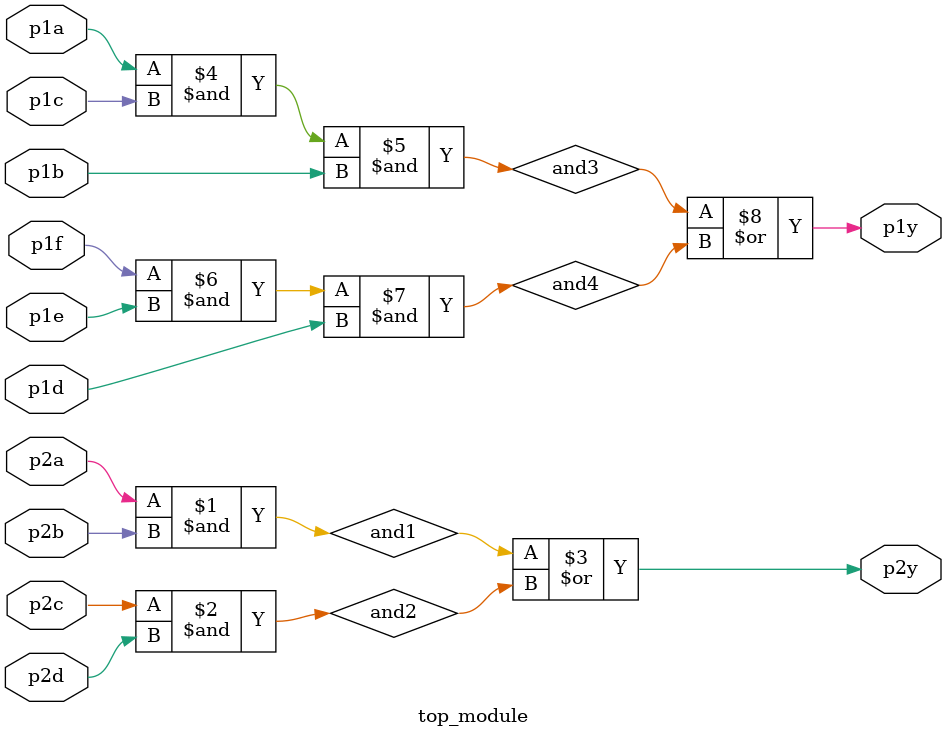
<source format=v>
module top_module ( 
    input p1a, p1b, p1c, p1d, p1e, p1f,
    output p1y,
    input p2a, p2b, p2c, p2d,
    output p2y );
wire and1,and2,and3,and4;
    assign and1 = p2a & p2b;
    assign and2 = p2c & p2d;
    assign p2y = and1 | and2;
    
    assign and3 = p1a&p1c&p1b;
    assign and4 = p1f&p1e&p1d;
    assign p1y = and3| and4;

endmodule

</source>
